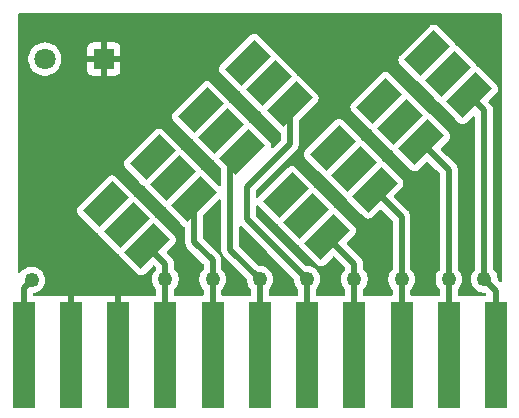
<source format=gtl>
G04 #@! TF.GenerationSoftware,KiCad,Pcbnew,9.0.1*
G04 #@! TF.CreationDate,2025-05-31T22:37:51+02:00*
G04 #@! TF.ProjectId,Sim-module,53696d2d-6d6f-4647-956c-652e6b696361,rev?*
G04 #@! TF.SameCoordinates,Original*
G04 #@! TF.FileFunction,Copper,L1,Top*
G04 #@! TF.FilePolarity,Positive*
%FSLAX46Y46*%
G04 Gerber Fmt 4.6, Leading zero omitted, Abs format (unit mm)*
G04 Created by KiCad (PCBNEW 9.0.1) date 2025-05-31 22:37:51*
%MOMM*%
%LPD*%
G01*
G04 APERTURE LIST*
G04 Aperture macros list*
%AMRotRect*
0 Rectangle, with rotation*
0 The origin of the aperture is its center*
0 $1 length*
0 $2 width*
0 $3 Rotation angle, in degrees counterclockwise*
0 Add horizontal line*
21,1,$1,$2,0,0,$3*%
G04 Aperture macros list end*
G04 #@! TA.AperFunction,ConnectorPad*
%ADD10R,1.900000X9.000000*%
G04 #@! TD*
G04 #@! TA.AperFunction,ComponentPad*
%ADD11RotRect,3.500000X2.000000X45.000000*%
G04 #@! TD*
G04 #@! TA.AperFunction,ComponentPad*
%ADD12R,1.800000X1.800000*%
G04 #@! TD*
G04 #@! TA.AperFunction,ComponentPad*
%ADD13C,1.800000*%
G04 #@! TD*
G04 #@! TA.AperFunction,ViaPad*
%ADD14C,1.250000*%
G04 #@! TD*
G04 #@! TA.AperFunction,Conductor*
%ADD15C,0.500000*%
G04 #@! TD*
G04 APERTURE END LIST*
D10*
X170000000Y-69450000D03*
X178000000Y-69450000D03*
X194000000Y-69450000D03*
X158000000Y-69450000D03*
D11*
X177000000Y-44700000D03*
X178767767Y-46467767D03*
X180535534Y-48235534D03*
X180179111Y-55929111D03*
X181946878Y-57696878D03*
X183714645Y-59464645D03*
D12*
X164800000Y-44400000D03*
D13*
X159800000Y-44400000D03*
D11*
X192179111Y-43929111D03*
X193946878Y-45696878D03*
X195714645Y-47464645D03*
X168914466Y-52714466D03*
X170682233Y-54482233D03*
X172450000Y-56250000D03*
D10*
X162000000Y-69450000D03*
D11*
X172982233Y-48732233D03*
X174750000Y-50500000D03*
X176517767Y-52267767D03*
X188125989Y-47929111D03*
X189893756Y-49696878D03*
X191661523Y-51464645D03*
D10*
X182000000Y-69450000D03*
D11*
X184179111Y-51929111D03*
X185946878Y-53696878D03*
X187714645Y-55464645D03*
D10*
X174000000Y-69450000D03*
X190000000Y-69450000D03*
D11*
X164950000Y-56700000D03*
X166717767Y-58467767D03*
X168485534Y-60235534D03*
D10*
X186000000Y-69450000D03*
X198000000Y-69450000D03*
X166000000Y-69450000D03*
D14*
X170000000Y-63050000D03*
X174000000Y-63050000D03*
X178000000Y-63050000D03*
X182000000Y-63050000D03*
X186000000Y-63050000D03*
X166000000Y-63050000D03*
X162000000Y-63050000D03*
X158675000Y-63100000D03*
X190000000Y-63050000D03*
X194000000Y-63050000D03*
X197000000Y-63050000D03*
D15*
X170000000Y-63050000D02*
X170000000Y-69450000D01*
X170000000Y-61750000D02*
X168485534Y-60235534D01*
X170000000Y-63050000D02*
X170000000Y-61750000D01*
X174000000Y-63050000D02*
X174000000Y-69450000D01*
X172450000Y-56250000D02*
X172450000Y-59900000D01*
X172450000Y-59900000D02*
X174000000Y-61450000D01*
X174000000Y-61450000D02*
X174000000Y-63050000D01*
X178000000Y-63050000D02*
X175500000Y-60550000D01*
X175500000Y-53285534D02*
X176517767Y-52267767D01*
X175500000Y-60550000D02*
X175500000Y-53285534D01*
X178000000Y-63050000D02*
X178000000Y-69450000D01*
X176900000Y-57950000D02*
X176900000Y-55250000D01*
X182000000Y-63050000D02*
X176900000Y-57950000D01*
X180535534Y-51614466D02*
X180535534Y-48235534D01*
X176900000Y-55250000D02*
X180535534Y-51614466D01*
X182000000Y-63050000D02*
X182000000Y-69450000D01*
X186000000Y-63050000D02*
X186000000Y-69450000D01*
X186000000Y-63050000D02*
X186000000Y-61750000D01*
X186000000Y-61750000D02*
X183714645Y-59464645D01*
X162000000Y-63050000D02*
X162000000Y-69450000D01*
X166000000Y-63050000D02*
X166000000Y-69450000D01*
X158000000Y-63775000D02*
X158000000Y-69450000D01*
X158675000Y-63100000D02*
X158000000Y-63775000D01*
X190000000Y-63050000D02*
X190000000Y-57750000D01*
X190000000Y-63050000D02*
X190000000Y-69450000D01*
X190000000Y-57750000D02*
X187714645Y-55464645D01*
X194000000Y-53800000D02*
X193400000Y-53200000D01*
X193396878Y-53200000D02*
X191661523Y-51464645D01*
X194000000Y-63050000D02*
X194000000Y-53800000D01*
X193400000Y-53200000D02*
X193396878Y-53200000D01*
X194000000Y-63050000D02*
X194000000Y-69450000D01*
X195714645Y-47464645D02*
X197000000Y-48750000D01*
X198000000Y-64050000D02*
X198000000Y-69450000D01*
X197000000Y-48750000D02*
X197000000Y-63050000D01*
X197000000Y-63050000D02*
X198000000Y-64050000D01*
G04 #@! TA.AperFunction,Conductor*
G36*
X198442539Y-40520185D02*
G01*
X198488294Y-40572989D01*
X198499500Y-40624500D01*
X198499500Y-63188770D01*
X198493261Y-63210015D01*
X198491682Y-63232104D01*
X198483609Y-63242887D01*
X198479815Y-63255809D01*
X198463081Y-63270308D01*
X198449810Y-63288037D01*
X198437189Y-63292744D01*
X198427011Y-63301564D01*
X198405093Y-63304715D01*
X198384346Y-63312454D01*
X198371185Y-63309591D01*
X198357853Y-63311508D01*
X198337709Y-63302308D01*
X198316073Y-63297602D01*
X198298347Y-63284333D01*
X198294297Y-63282483D01*
X198287819Y-63276451D01*
X198161819Y-63150451D01*
X198128334Y-63089128D01*
X198125500Y-63062770D01*
X198125500Y-62961421D01*
X198105705Y-62836443D01*
X198097786Y-62786445D01*
X198065060Y-62685723D01*
X198043043Y-62617960D01*
X198043042Y-62617957D01*
X197962613Y-62460109D01*
X197858483Y-62316786D01*
X197786819Y-62245122D01*
X197753334Y-62183799D01*
X197750500Y-62157441D01*
X197750500Y-48676079D01*
X197721659Y-48531092D01*
X197721658Y-48531091D01*
X197721658Y-48531087D01*
X197721656Y-48531082D01*
X197665087Y-48394511D01*
X197665080Y-48394498D01*
X197582952Y-48271585D01*
X197579712Y-48268345D01*
X197478416Y-48167049D01*
X197394023Y-48082656D01*
X197360538Y-48021333D01*
X197365522Y-47951641D01*
X197394023Y-47907294D01*
X197596113Y-47705204D01*
X198046946Y-47254371D01*
X198084566Y-47207688D01*
X198144354Y-47076772D01*
X198164835Y-46934315D01*
X198144354Y-46791858D01*
X198084566Y-46660942D01*
X198046947Y-46614259D01*
X198046942Y-46614254D01*
X198046938Y-46614249D01*
X196565038Y-45132351D01*
X196565031Y-45132344D01*
X196518348Y-45094724D01*
X196518346Y-45094723D01*
X196518344Y-45094721D01*
X196422056Y-45050748D01*
X196369252Y-45004993D01*
X196360774Y-44989465D01*
X196316801Y-44893178D01*
X196316799Y-44893175D01*
X196279180Y-44846492D01*
X196279175Y-44846487D01*
X196279171Y-44846482D01*
X194797271Y-43364584D01*
X194797264Y-43364577D01*
X194750581Y-43326957D01*
X194750579Y-43326956D01*
X194750577Y-43326954D01*
X194654289Y-43282981D01*
X194601485Y-43237226D01*
X194593007Y-43221698D01*
X194549034Y-43125411D01*
X194549032Y-43125408D01*
X194511413Y-43078725D01*
X194511408Y-43078720D01*
X194511404Y-43078715D01*
X193029504Y-41596817D01*
X193029497Y-41596810D01*
X192982814Y-41559190D01*
X192982812Y-41559189D01*
X192982810Y-41559187D01*
X192851900Y-41499402D01*
X192851896Y-41499401D01*
X192709441Y-41478921D01*
X192566985Y-41499401D01*
X192566981Y-41499402D01*
X192436070Y-41559188D01*
X192389375Y-41596817D01*
X189846817Y-44139377D01*
X189846811Y-44139384D01*
X189809189Y-44186069D01*
X189809187Y-44186071D01*
X189749402Y-44316981D01*
X189749401Y-44316985D01*
X189728921Y-44459441D01*
X189749401Y-44601896D01*
X189749402Y-44601900D01*
X189809188Y-44732811D01*
X189809189Y-44732812D01*
X189809190Y-44732814D01*
X189846809Y-44779497D01*
X189846812Y-44779500D01*
X189846817Y-44779506D01*
X190970546Y-45903233D01*
X191328725Y-46261412D01*
X191375408Y-46299032D01*
X191375412Y-46299033D01*
X191375414Y-46299035D01*
X191471698Y-46343007D01*
X191524502Y-46388762D01*
X191532981Y-46404289D01*
X191576955Y-46500578D01*
X191576956Y-46500579D01*
X191576957Y-46500581D01*
X191614576Y-46547264D01*
X191614579Y-46547267D01*
X191614584Y-46547273D01*
X192772517Y-47705204D01*
X193096492Y-48029179D01*
X193143175Y-48066799D01*
X193143179Y-48066800D01*
X193143181Y-48066802D01*
X193239465Y-48110774D01*
X193292269Y-48156529D01*
X193300748Y-48172056D01*
X193344722Y-48268345D01*
X193344723Y-48268346D01*
X193344724Y-48268348D01*
X193382343Y-48315031D01*
X193382346Y-48315034D01*
X193382351Y-48315040D01*
X194546234Y-49478921D01*
X194864259Y-49796946D01*
X194910942Y-49834566D01*
X194910943Y-49834566D01*
X194910945Y-49834568D01*
X195041855Y-49894353D01*
X195041856Y-49894353D01*
X195041858Y-49894354D01*
X195184315Y-49914835D01*
X195326772Y-49894354D01*
X195457688Y-49834566D01*
X195504371Y-49796947D01*
X196037819Y-49263497D01*
X196099142Y-49230013D01*
X196168833Y-49234997D01*
X196224767Y-49276868D01*
X196249184Y-49342333D01*
X196249500Y-49351179D01*
X196249500Y-62157441D01*
X196229815Y-62224480D01*
X196213181Y-62245122D01*
X196141519Y-62316783D01*
X196141519Y-62316784D01*
X196141517Y-62316786D01*
X196105192Y-62366783D01*
X196037386Y-62460109D01*
X195956957Y-62617957D01*
X195956956Y-62617960D01*
X195902214Y-62786443D01*
X195876381Y-62949548D01*
X195874500Y-62961421D01*
X195874500Y-63138579D01*
X195878547Y-63164132D01*
X195902214Y-63313556D01*
X195956956Y-63482039D01*
X195956957Y-63482042D01*
X195982434Y-63532042D01*
X196037386Y-63639890D01*
X196141517Y-63783214D01*
X196266786Y-63908483D01*
X196410110Y-64012614D01*
X196487529Y-64052061D01*
X196567957Y-64093042D01*
X196567960Y-64093043D01*
X196652201Y-64120414D01*
X196736445Y-64147786D01*
X196911421Y-64175500D01*
X197012771Y-64175500D01*
X197042211Y-64184144D01*
X197072198Y-64190668D01*
X197077213Y-64194422D01*
X197079810Y-64195185D01*
X197100452Y-64211819D01*
X197126452Y-64237819D01*
X197159937Y-64299142D01*
X197154953Y-64368834D01*
X197113081Y-64424767D01*
X197047617Y-64449184D01*
X197038774Y-64449500D01*
X197002131Y-64449500D01*
X197002123Y-64449501D01*
X196942516Y-64455908D01*
X196846604Y-64491682D01*
X196803271Y-64499500D01*
X195196729Y-64499500D01*
X195153396Y-64491682D01*
X195057482Y-64455908D01*
X195057483Y-64455908D01*
X194997883Y-64449501D01*
X194997881Y-64449500D01*
X194997873Y-64449500D01*
X194997865Y-64449500D01*
X194874500Y-64449500D01*
X194807461Y-64429815D01*
X194761706Y-64377011D01*
X194750500Y-64325500D01*
X194750500Y-63942559D01*
X194770185Y-63875520D01*
X194786819Y-63854878D01*
X194808483Y-63833214D01*
X194858483Y-63783214D01*
X194962614Y-63639890D01*
X195043042Y-63482042D01*
X195097786Y-63313555D01*
X195125500Y-63138579D01*
X195125500Y-62961421D01*
X195097786Y-62786445D01*
X195065060Y-62685723D01*
X195043043Y-62617960D01*
X195043042Y-62617957D01*
X194962613Y-62460109D01*
X194858483Y-62316786D01*
X194786819Y-62245122D01*
X194753334Y-62183799D01*
X194750500Y-62157441D01*
X194750500Y-53726079D01*
X194721659Y-53581092D01*
X194721658Y-53581091D01*
X194721658Y-53581087D01*
X194695597Y-53518169D01*
X194665087Y-53444511D01*
X194665080Y-53444498D01*
X194582952Y-53321585D01*
X194582951Y-53321584D01*
X194478416Y-53217049D01*
X194332834Y-53071467D01*
X193878422Y-52617053D01*
X193873714Y-52613190D01*
X193873769Y-52613122D01*
X193860368Y-52602123D01*
X193573276Y-52315031D01*
X193340898Y-52082653D01*
X193307415Y-52021332D01*
X193312399Y-51951640D01*
X193340897Y-51907296D01*
X193993824Y-51254371D01*
X194031444Y-51207688D01*
X194091232Y-51076772D01*
X194111713Y-50934315D01*
X194091232Y-50791858D01*
X194031444Y-50660942D01*
X193993825Y-50614259D01*
X193993820Y-50614254D01*
X193993816Y-50614249D01*
X192511916Y-49132351D01*
X192511909Y-49132344D01*
X192465226Y-49094724D01*
X192465224Y-49094723D01*
X192465222Y-49094721D01*
X192368934Y-49050748D01*
X192316130Y-49004993D01*
X192307652Y-48989465D01*
X192263679Y-48893178D01*
X192254400Y-48881663D01*
X192226058Y-48846492D01*
X192226053Y-48846487D01*
X192226049Y-48846482D01*
X190744149Y-47364584D01*
X190744142Y-47364577D01*
X190697459Y-47326957D01*
X190697457Y-47326956D01*
X190697455Y-47326954D01*
X190601167Y-47282981D01*
X190548363Y-47237226D01*
X190539885Y-47221698D01*
X190495912Y-47125411D01*
X190486633Y-47113896D01*
X190458291Y-47078725D01*
X190458286Y-47078720D01*
X190458282Y-47078715D01*
X188976382Y-45596817D01*
X188976375Y-45596810D01*
X188929692Y-45559190D01*
X188929690Y-45559189D01*
X188929688Y-45559187D01*
X188798778Y-45499402D01*
X188798774Y-45499401D01*
X188656319Y-45478921D01*
X188513863Y-45499401D01*
X188513859Y-45499402D01*
X188382948Y-45559188D01*
X188336253Y-45596817D01*
X185793695Y-48139377D01*
X185793689Y-48139384D01*
X185756067Y-48186069D01*
X185756065Y-48186071D01*
X185696280Y-48316981D01*
X185696279Y-48316985D01*
X185675799Y-48459441D01*
X185696279Y-48601896D01*
X185696280Y-48601900D01*
X185756066Y-48732811D01*
X185756067Y-48732812D01*
X185756068Y-48732814D01*
X185793687Y-48779497D01*
X185793690Y-48779500D01*
X185793695Y-48779506D01*
X186908544Y-49894353D01*
X187275603Y-50261412D01*
X187322286Y-50299032D01*
X187322290Y-50299033D01*
X187322292Y-50299035D01*
X187418576Y-50343007D01*
X187471380Y-50388762D01*
X187479859Y-50404289D01*
X187523833Y-50500578D01*
X187523834Y-50500579D01*
X187523835Y-50500581D01*
X187561454Y-50547264D01*
X187561457Y-50547267D01*
X187561462Y-50547273D01*
X188702575Y-51688384D01*
X189043370Y-52029179D01*
X189090053Y-52066799D01*
X189090057Y-52066800D01*
X189090059Y-52066802D01*
X189186343Y-52110774D01*
X189239147Y-52156529D01*
X189247626Y-52172056D01*
X189291600Y-52268345D01*
X189291601Y-52268346D01*
X189291602Y-52268348D01*
X189329221Y-52315031D01*
X189329224Y-52315034D01*
X189329229Y-52315040D01*
X190458689Y-53444498D01*
X190811137Y-53796946D01*
X190857820Y-53834566D01*
X190857821Y-53834566D01*
X190857823Y-53834568D01*
X190988733Y-53894353D01*
X190988734Y-53894353D01*
X190988736Y-53894354D01*
X191131193Y-53914835D01*
X191273650Y-53894354D01*
X191404566Y-53834566D01*
X191451249Y-53796947D01*
X192104172Y-53144022D01*
X192165495Y-53110538D01*
X192235186Y-53115522D01*
X192279534Y-53144023D01*
X192918463Y-53782952D01*
X192923178Y-53786822D01*
X192923121Y-53786890D01*
X192936506Y-53797874D01*
X193213181Y-54074548D01*
X193246666Y-54135871D01*
X193249500Y-54162229D01*
X193249500Y-62157441D01*
X193229815Y-62224480D01*
X193213181Y-62245122D01*
X193141519Y-62316783D01*
X193141519Y-62316784D01*
X193141517Y-62316786D01*
X193105192Y-62366783D01*
X193037386Y-62460109D01*
X192956957Y-62617957D01*
X192956956Y-62617960D01*
X192902214Y-62786443D01*
X192876381Y-62949548D01*
X192874500Y-62961421D01*
X192874500Y-63138579D01*
X192878547Y-63164132D01*
X192902214Y-63313556D01*
X192956956Y-63482039D01*
X192956957Y-63482042D01*
X192982434Y-63532042D01*
X193037386Y-63639890D01*
X193141517Y-63783214D01*
X193141519Y-63783216D01*
X193213181Y-63854878D01*
X193246666Y-63916201D01*
X193249500Y-63942559D01*
X193249500Y-64325500D01*
X193229815Y-64392539D01*
X193177011Y-64438294D01*
X193125501Y-64449500D01*
X193002130Y-64449500D01*
X193002123Y-64449501D01*
X192942516Y-64455908D01*
X192846604Y-64491682D01*
X192803271Y-64499500D01*
X191196729Y-64499500D01*
X191153396Y-64491682D01*
X191057482Y-64455908D01*
X191057483Y-64455908D01*
X190997883Y-64449501D01*
X190997881Y-64449500D01*
X190997873Y-64449500D01*
X190997865Y-64449500D01*
X190874500Y-64449500D01*
X190807461Y-64429815D01*
X190761706Y-64377011D01*
X190750500Y-64325500D01*
X190750500Y-63942559D01*
X190770185Y-63875520D01*
X190786819Y-63854878D01*
X190808483Y-63833214D01*
X190858483Y-63783214D01*
X190962614Y-63639890D01*
X191043042Y-63482042D01*
X191097786Y-63313555D01*
X191125500Y-63138579D01*
X191125500Y-62961421D01*
X191097786Y-62786445D01*
X191065060Y-62685723D01*
X191043043Y-62617960D01*
X191043042Y-62617957D01*
X190962613Y-62460109D01*
X190858483Y-62316786D01*
X190786819Y-62245122D01*
X190753334Y-62183799D01*
X190750500Y-62157441D01*
X190750500Y-57676079D01*
X190721659Y-57531092D01*
X190721658Y-57531091D01*
X190721658Y-57531087D01*
X190665084Y-57394505D01*
X190607955Y-57309005D01*
X190582952Y-57271584D01*
X189394023Y-56082655D01*
X189360538Y-56021332D01*
X189365522Y-55951640D01*
X189394023Y-55907293D01*
X189451712Y-55849604D01*
X190046946Y-55254371D01*
X190084566Y-55207688D01*
X190097100Y-55180244D01*
X190144353Y-55076774D01*
X190144352Y-55076774D01*
X190144354Y-55076772D01*
X190164835Y-54934315D01*
X190144354Y-54791858D01*
X190084566Y-54660942D01*
X190046947Y-54614259D01*
X190046942Y-54614254D01*
X190046938Y-54614249D01*
X188565038Y-53132351D01*
X188565031Y-53132344D01*
X188518348Y-53094724D01*
X188518346Y-53094723D01*
X188518344Y-53094721D01*
X188422056Y-53050748D01*
X188369252Y-53004993D01*
X188360774Y-52989465D01*
X188316801Y-52893178D01*
X188298062Y-52869924D01*
X188279180Y-52846492D01*
X188279175Y-52846487D01*
X188279171Y-52846482D01*
X186797271Y-51364584D01*
X186797264Y-51364577D01*
X186750581Y-51326957D01*
X186750579Y-51326956D01*
X186750577Y-51326954D01*
X186654289Y-51282981D01*
X186601485Y-51237226D01*
X186593007Y-51221698D01*
X186549034Y-51125411D01*
X186530295Y-51102157D01*
X186511413Y-51078725D01*
X186511408Y-51078720D01*
X186511404Y-51078715D01*
X185029504Y-49596817D01*
X185029497Y-49596810D01*
X184982814Y-49559190D01*
X184982812Y-49559189D01*
X184982810Y-49559187D01*
X184851900Y-49499402D01*
X184851896Y-49499401D01*
X184709441Y-49478921D01*
X184566985Y-49499401D01*
X184566981Y-49499402D01*
X184436070Y-49559188D01*
X184389375Y-49596817D01*
X181846817Y-52139377D01*
X181846811Y-52139384D01*
X181809189Y-52186069D01*
X181809187Y-52186071D01*
X181749402Y-52316981D01*
X181749401Y-52316985D01*
X181728921Y-52459441D01*
X181749401Y-52601896D01*
X181749402Y-52601900D01*
X181809188Y-52732811D01*
X181809189Y-52732812D01*
X181809190Y-52732814D01*
X181846809Y-52779497D01*
X181846812Y-52779500D01*
X181846817Y-52779506D01*
X182961666Y-53894353D01*
X183328725Y-54261412D01*
X183375408Y-54299032D01*
X183375412Y-54299033D01*
X183375414Y-54299035D01*
X183471698Y-54343007D01*
X183524502Y-54388762D01*
X183532981Y-54404289D01*
X183576955Y-54500578D01*
X183576956Y-54500579D01*
X183576957Y-54500581D01*
X183614576Y-54547264D01*
X183614579Y-54547267D01*
X183614584Y-54547273D01*
X184916917Y-55849604D01*
X185096492Y-56029179D01*
X185143175Y-56066799D01*
X185143179Y-56066800D01*
X185143181Y-56066802D01*
X185239465Y-56110774D01*
X185292269Y-56156529D01*
X185300748Y-56172056D01*
X185344722Y-56268345D01*
X185344723Y-56268346D01*
X185344724Y-56268348D01*
X185382343Y-56315031D01*
X185382346Y-56315034D01*
X185382351Y-56315040D01*
X186571013Y-57503700D01*
X186864259Y-57796946D01*
X186910942Y-57834566D01*
X186910943Y-57834566D01*
X186910945Y-57834568D01*
X187041855Y-57894353D01*
X187041856Y-57894353D01*
X187041858Y-57894354D01*
X187184315Y-57914835D01*
X187326772Y-57894354D01*
X187457688Y-57834566D01*
X187504371Y-57796947D01*
X188157293Y-57144022D01*
X188218616Y-57110538D01*
X188288307Y-57115522D01*
X188332655Y-57144023D01*
X189213181Y-58024549D01*
X189246666Y-58085872D01*
X189249500Y-58112230D01*
X189249500Y-62157441D01*
X189229815Y-62224480D01*
X189213181Y-62245122D01*
X189141519Y-62316783D01*
X189141519Y-62316784D01*
X189141517Y-62316786D01*
X189105192Y-62366783D01*
X189037386Y-62460109D01*
X188956957Y-62617957D01*
X188956956Y-62617960D01*
X188902214Y-62786443D01*
X188876381Y-62949548D01*
X188874500Y-62961421D01*
X188874500Y-63138579D01*
X188878547Y-63164132D01*
X188902214Y-63313556D01*
X188956956Y-63482039D01*
X188956957Y-63482042D01*
X188982434Y-63532042D01*
X189037386Y-63639890D01*
X189141517Y-63783214D01*
X189141519Y-63783216D01*
X189213181Y-63854878D01*
X189246666Y-63916201D01*
X189249500Y-63942559D01*
X189249500Y-64325500D01*
X189229815Y-64392539D01*
X189177011Y-64438294D01*
X189125501Y-64449500D01*
X189002130Y-64449500D01*
X189002123Y-64449501D01*
X188942516Y-64455908D01*
X188846604Y-64491682D01*
X188803271Y-64499500D01*
X187196729Y-64499500D01*
X187153396Y-64491682D01*
X187057482Y-64455908D01*
X187057483Y-64455908D01*
X186997883Y-64449501D01*
X186997881Y-64449500D01*
X186997873Y-64449500D01*
X186997865Y-64449500D01*
X186874500Y-64449500D01*
X186807461Y-64429815D01*
X186761706Y-64377011D01*
X186750500Y-64325500D01*
X186750500Y-63942559D01*
X186770185Y-63875520D01*
X186786819Y-63854878D01*
X186808483Y-63833214D01*
X186858483Y-63783214D01*
X186962614Y-63639890D01*
X187043042Y-63482042D01*
X187097786Y-63313555D01*
X187125500Y-63138579D01*
X187125500Y-62961421D01*
X187097786Y-62786445D01*
X187065060Y-62685723D01*
X187043043Y-62617960D01*
X187043042Y-62617957D01*
X186962613Y-62460109D01*
X186858483Y-62316786D01*
X186786819Y-62245122D01*
X186753334Y-62183799D01*
X186750500Y-62157441D01*
X186750500Y-61676079D01*
X186721659Y-61531092D01*
X186721658Y-61531091D01*
X186721658Y-61531087D01*
X186721656Y-61531082D01*
X186665086Y-61394509D01*
X186665085Y-61394507D01*
X186632186Y-61345270D01*
X186632185Y-61345268D01*
X186582956Y-61271589D01*
X186582952Y-61271584D01*
X185394023Y-60082655D01*
X185360538Y-60021332D01*
X185365522Y-59951640D01*
X185394023Y-59907293D01*
X185675865Y-59625451D01*
X186046946Y-59254371D01*
X186084566Y-59207688D01*
X186144354Y-59076772D01*
X186164835Y-58934315D01*
X186144354Y-58791858D01*
X186084566Y-58660942D01*
X186046947Y-58614259D01*
X186046942Y-58614254D01*
X186046938Y-58614249D01*
X184565038Y-57132351D01*
X184565031Y-57132344D01*
X184518348Y-57094724D01*
X184518346Y-57094723D01*
X184518344Y-57094721D01*
X184422056Y-57050748D01*
X184369252Y-57004993D01*
X184360774Y-56989465D01*
X184316801Y-56893178D01*
X184316799Y-56893175D01*
X184279180Y-56846492D01*
X184279175Y-56846487D01*
X184279171Y-56846482D01*
X182797271Y-55364584D01*
X182797264Y-55364577D01*
X182750581Y-55326957D01*
X182750579Y-55326956D01*
X182750577Y-55326954D01*
X182654289Y-55282981D01*
X182601485Y-55237226D01*
X182593007Y-55221698D01*
X182549034Y-55125411D01*
X182549032Y-55125408D01*
X182511413Y-55078725D01*
X182511408Y-55078720D01*
X182511404Y-55078715D01*
X181029504Y-53596817D01*
X181029497Y-53596810D01*
X180982814Y-53559190D01*
X180982812Y-53559189D01*
X180982810Y-53559187D01*
X180851900Y-53499402D01*
X180851896Y-53499401D01*
X180709441Y-53478921D01*
X180566985Y-53499401D01*
X180566981Y-53499402D01*
X180436070Y-53559188D01*
X180389375Y-53596817D01*
X177862181Y-56124013D01*
X177800858Y-56157498D01*
X177731166Y-56152514D01*
X177675233Y-56110642D01*
X177650816Y-56045178D01*
X177650500Y-56036332D01*
X177650500Y-55612229D01*
X177670185Y-55545190D01*
X177686819Y-55524548D01*
X181118482Y-52092885D01*
X181118485Y-52092882D01*
X181200618Y-51969961D01*
X181257192Y-51833379D01*
X181265950Y-51789351D01*
X181286034Y-51688384D01*
X181286034Y-49658423D01*
X181305719Y-49591384D01*
X181322353Y-49570742D01*
X182093035Y-48800060D01*
X182867835Y-48025260D01*
X182905455Y-47978577D01*
X182917757Y-47951641D01*
X182965242Y-47847663D01*
X182965241Y-47847663D01*
X182965243Y-47847661D01*
X182985724Y-47705204D01*
X182965243Y-47562747D01*
X182905455Y-47431831D01*
X182867836Y-47385148D01*
X182867831Y-47385143D01*
X182867827Y-47385138D01*
X181385927Y-45903240D01*
X181385920Y-45903233D01*
X181339237Y-45865613D01*
X181339235Y-45865612D01*
X181339233Y-45865610D01*
X181242945Y-45821637D01*
X181190141Y-45775882D01*
X181181663Y-45760354D01*
X181137690Y-45664067D01*
X181137688Y-45664064D01*
X181100069Y-45617381D01*
X181100064Y-45617376D01*
X181100060Y-45617371D01*
X179618160Y-44135473D01*
X179618153Y-44135466D01*
X179571470Y-44097846D01*
X179571468Y-44097845D01*
X179571466Y-44097843D01*
X179475178Y-44053870D01*
X179422374Y-44008115D01*
X179413896Y-43992587D01*
X179369923Y-43896300D01*
X179369921Y-43896297D01*
X179332302Y-43849614D01*
X179332297Y-43849609D01*
X179332293Y-43849604D01*
X177850393Y-42367706D01*
X177850386Y-42367699D01*
X177803703Y-42330079D01*
X177803701Y-42330078D01*
X177803699Y-42330076D01*
X177672789Y-42270291D01*
X177672785Y-42270290D01*
X177530330Y-42249810D01*
X177387874Y-42270290D01*
X177387870Y-42270291D01*
X177256959Y-42330077D01*
X177210264Y-42367706D01*
X174667706Y-44910266D01*
X174667700Y-44910273D01*
X174630078Y-44956958D01*
X174630076Y-44956960D01*
X174570291Y-45087870D01*
X174570290Y-45087874D01*
X174549810Y-45230330D01*
X174570290Y-45372785D01*
X174570291Y-45372789D01*
X174630077Y-45503700D01*
X174630078Y-45503701D01*
X174630079Y-45503703D01*
X174667698Y-45550386D01*
X174667701Y-45550389D01*
X174667706Y-45550395D01*
X175909168Y-46791855D01*
X176149614Y-47032301D01*
X176196297Y-47069921D01*
X176196301Y-47069922D01*
X176196303Y-47069924D01*
X176292587Y-47113896D01*
X176345391Y-47159651D01*
X176353870Y-47175178D01*
X176397844Y-47271467D01*
X176397845Y-47271468D01*
X176397846Y-47271470D01*
X176435465Y-47318153D01*
X176435468Y-47318156D01*
X176435473Y-47318162D01*
X177576754Y-48459441D01*
X177917381Y-48800068D01*
X177964064Y-48837688D01*
X177964068Y-48837689D01*
X177964070Y-48837691D01*
X178060354Y-48881663D01*
X178113158Y-48927418D01*
X178121637Y-48942945D01*
X178165611Y-49039234D01*
X178165612Y-49039235D01*
X178165613Y-49039237D01*
X178203232Y-49085920D01*
X178203235Y-49085923D01*
X178203240Y-49085929D01*
X179378717Y-50261404D01*
X179685148Y-50567835D01*
X179731831Y-50605455D01*
X179731832Y-50605455D01*
X179737871Y-50610322D01*
X179735895Y-50612773D01*
X179772883Y-50653940D01*
X179785034Y-50707472D01*
X179785034Y-51252236D01*
X179765349Y-51319275D01*
X179748715Y-51339917D01*
X179167043Y-51921588D01*
X179105720Y-51955073D01*
X179036028Y-51950089D01*
X178980095Y-51908217D01*
X178955678Y-51842753D01*
X178956623Y-51816265D01*
X178967957Y-51737437D01*
X178947476Y-51594980D01*
X178887688Y-51464064D01*
X178850069Y-51417381D01*
X178850064Y-51417376D01*
X178850060Y-51417371D01*
X177368160Y-49935473D01*
X177368153Y-49935466D01*
X177321470Y-49897846D01*
X177321468Y-49897845D01*
X177321466Y-49897843D01*
X177225178Y-49853870D01*
X177172374Y-49808115D01*
X177163896Y-49792587D01*
X177119923Y-49696300D01*
X177119921Y-49696297D01*
X177082302Y-49649614D01*
X177082297Y-49649609D01*
X177082293Y-49649604D01*
X175600393Y-48167706D01*
X175600386Y-48167699D01*
X175553703Y-48130079D01*
X175553701Y-48130078D01*
X175553699Y-48130076D01*
X175457411Y-48086103D01*
X175404607Y-48040348D01*
X175396129Y-48024820D01*
X175352156Y-47928533D01*
X175335041Y-47907294D01*
X175314535Y-47881847D01*
X175314530Y-47881842D01*
X175314526Y-47881837D01*
X173832626Y-46399939D01*
X173832619Y-46399932D01*
X173785936Y-46362312D01*
X173785934Y-46362311D01*
X173785932Y-46362309D01*
X173655022Y-46302524D01*
X173655018Y-46302523D01*
X173512563Y-46282043D01*
X173370107Y-46302523D01*
X173370103Y-46302524D01*
X173239192Y-46362310D01*
X173192497Y-46399939D01*
X170649939Y-48942499D01*
X170649933Y-48942506D01*
X170612311Y-48989191D01*
X170612309Y-48989193D01*
X170552524Y-49120103D01*
X170552523Y-49120107D01*
X170532043Y-49262563D01*
X170552523Y-49405018D01*
X170552524Y-49405022D01*
X170612310Y-49535933D01*
X170612311Y-49535934D01*
X170612312Y-49535936D01*
X170649931Y-49582619D01*
X170649934Y-49582622D01*
X170649939Y-49582628D01*
X171774785Y-50707472D01*
X172131847Y-51064534D01*
X172178530Y-51102154D01*
X172178534Y-51102155D01*
X172178536Y-51102157D01*
X172274820Y-51146129D01*
X172327624Y-51191884D01*
X172336103Y-51207411D01*
X172380077Y-51303700D01*
X172380078Y-51303701D01*
X172380079Y-51303703D01*
X172417698Y-51350386D01*
X172417701Y-51350389D01*
X172417706Y-51350395D01*
X173669209Y-52601896D01*
X173899614Y-52832301D01*
X173946297Y-52869921D01*
X173946301Y-52869922D01*
X173946303Y-52869924D01*
X174042587Y-52913896D01*
X174095391Y-52959651D01*
X174103870Y-52975178D01*
X174147844Y-53071467D01*
X174147845Y-53071468D01*
X174147846Y-53071470D01*
X174185465Y-53118153D01*
X174185468Y-53118156D01*
X174185473Y-53118162D01*
X174713181Y-53645868D01*
X174746666Y-53707191D01*
X174749500Y-53733549D01*
X174749500Y-55067450D01*
X174729815Y-55134489D01*
X174677011Y-55180244D01*
X174607853Y-55190188D01*
X174544297Y-55161163D01*
X174537819Y-55155131D01*
X173300393Y-53917706D01*
X173300386Y-53917699D01*
X173253703Y-53880079D01*
X173253701Y-53880078D01*
X173253699Y-53880076D01*
X173157411Y-53836103D01*
X173104607Y-53790348D01*
X173096129Y-53774820D01*
X173052156Y-53678533D01*
X173052154Y-53678530D01*
X173014535Y-53631847D01*
X173014530Y-53631842D01*
X173014526Y-53631837D01*
X171532626Y-52149939D01*
X171532619Y-52149932D01*
X171485936Y-52112312D01*
X171485934Y-52112311D01*
X171485932Y-52112309D01*
X171389644Y-52068336D01*
X171336840Y-52022581D01*
X171328362Y-52007053D01*
X171284389Y-51910766D01*
X171282335Y-51908217D01*
X171246768Y-51864080D01*
X171246763Y-51864075D01*
X171246759Y-51864070D01*
X169764859Y-50382172D01*
X169764852Y-50382165D01*
X169718169Y-50344545D01*
X169718167Y-50344544D01*
X169718165Y-50344542D01*
X169587255Y-50284757D01*
X169587251Y-50284756D01*
X169444796Y-50264276D01*
X169302340Y-50284756D01*
X169302336Y-50284757D01*
X169171425Y-50344543D01*
X169124730Y-50382172D01*
X166582172Y-52924732D01*
X166582166Y-52924739D01*
X166544544Y-52971424D01*
X166544542Y-52971426D01*
X166484757Y-53102336D01*
X166484756Y-53102340D01*
X166464276Y-53244796D01*
X166484756Y-53387251D01*
X166484757Y-53387255D01*
X166544543Y-53518166D01*
X166544544Y-53518167D01*
X166544545Y-53518169D01*
X166582164Y-53564852D01*
X166582167Y-53564855D01*
X166582172Y-53564861D01*
X167788897Y-54771584D01*
X168064080Y-55046767D01*
X168110763Y-55084387D01*
X168110767Y-55084388D01*
X168110769Y-55084390D01*
X168207053Y-55128362D01*
X168259857Y-55174117D01*
X168268336Y-55189644D01*
X168312310Y-55285933D01*
X168312311Y-55285934D01*
X168312312Y-55285936D01*
X168349931Y-55332619D01*
X168349934Y-55332622D01*
X168349939Y-55332628D01*
X169476754Y-56459441D01*
X169831847Y-56814534D01*
X169878530Y-56852154D01*
X169878534Y-56852155D01*
X169878536Y-56852157D01*
X169974820Y-56896129D01*
X170027624Y-56941884D01*
X170036103Y-56957411D01*
X170080077Y-57053700D01*
X170080078Y-57053701D01*
X170080079Y-57053703D01*
X170117698Y-57100386D01*
X170117701Y-57100389D01*
X170117706Y-57100395D01*
X171269958Y-58252645D01*
X171599614Y-58582301D01*
X171646297Y-58619921D01*
X171646298Y-58619921D01*
X171652337Y-58624788D01*
X171650361Y-58627239D01*
X171687349Y-58668406D01*
X171699500Y-58721938D01*
X171699500Y-59973918D01*
X171699500Y-59973920D01*
X171699499Y-59973920D01*
X171728340Y-60118907D01*
X171728343Y-60118917D01*
X171784914Y-60255492D01*
X171817812Y-60304727D01*
X171817813Y-60304730D01*
X171867046Y-60378414D01*
X171867052Y-60378421D01*
X173213181Y-61724549D01*
X173246666Y-61785872D01*
X173249500Y-61812230D01*
X173249500Y-62157441D01*
X173229815Y-62224480D01*
X173213181Y-62245122D01*
X173141519Y-62316783D01*
X173141519Y-62316784D01*
X173141517Y-62316786D01*
X173105192Y-62366783D01*
X173037386Y-62460109D01*
X172956957Y-62617957D01*
X172956956Y-62617960D01*
X172902214Y-62786443D01*
X172876381Y-62949548D01*
X172874500Y-62961421D01*
X172874500Y-63138579D01*
X172878547Y-63164132D01*
X172902214Y-63313556D01*
X172956956Y-63482039D01*
X172956957Y-63482042D01*
X172982434Y-63532042D01*
X173037386Y-63639890D01*
X173141517Y-63783214D01*
X173141519Y-63783216D01*
X173213181Y-63854878D01*
X173246666Y-63916201D01*
X173249500Y-63942559D01*
X173249500Y-64325500D01*
X173229815Y-64392539D01*
X173177011Y-64438294D01*
X173125501Y-64449500D01*
X173002130Y-64449500D01*
X173002123Y-64449501D01*
X172942516Y-64455908D01*
X172846604Y-64491682D01*
X172803271Y-64499500D01*
X171196729Y-64499500D01*
X171153396Y-64491682D01*
X171057482Y-64455908D01*
X171057483Y-64455908D01*
X170997883Y-64449501D01*
X170997881Y-64449500D01*
X170997873Y-64449500D01*
X170997865Y-64449500D01*
X170874500Y-64449500D01*
X170807461Y-64429815D01*
X170761706Y-64377011D01*
X170750500Y-64325500D01*
X170750500Y-63942559D01*
X170770185Y-63875520D01*
X170786819Y-63854878D01*
X170808483Y-63833214D01*
X170858483Y-63783214D01*
X170962614Y-63639890D01*
X171043042Y-63482042D01*
X171097786Y-63313555D01*
X171125500Y-63138579D01*
X171125500Y-62961421D01*
X171097786Y-62786445D01*
X171065060Y-62685723D01*
X171043043Y-62617960D01*
X171043042Y-62617957D01*
X170962613Y-62460109D01*
X170858483Y-62316786D01*
X170786819Y-62245122D01*
X170753334Y-62183799D01*
X170750500Y-62157441D01*
X170750500Y-61676079D01*
X170721659Y-61531092D01*
X170721658Y-61531091D01*
X170721658Y-61531087D01*
X170721656Y-61531082D01*
X170665087Y-61394511D01*
X170665080Y-61394498D01*
X170582952Y-61271585D01*
X170542453Y-61231086D01*
X170478416Y-61167049D01*
X170164910Y-60853542D01*
X170131426Y-60792221D01*
X170136410Y-60722529D01*
X170164908Y-60678185D01*
X170817835Y-60025260D01*
X170855455Y-59978577D01*
X170915243Y-59847661D01*
X170935724Y-59705204D01*
X170915243Y-59562747D01*
X170903836Y-59537770D01*
X170855456Y-59431833D01*
X170855455Y-59431832D01*
X170855455Y-59431831D01*
X170817836Y-59385148D01*
X170817831Y-59385143D01*
X170817827Y-59385138D01*
X169335927Y-57903240D01*
X169335920Y-57903233D01*
X169289237Y-57865613D01*
X169289235Y-57865612D01*
X169289233Y-57865610D01*
X169192945Y-57821637D01*
X169140141Y-57775882D01*
X169131663Y-57760354D01*
X169087690Y-57664067D01*
X169087688Y-57664064D01*
X169050069Y-57617381D01*
X169050064Y-57617376D01*
X169050060Y-57617371D01*
X167568160Y-56135473D01*
X167568153Y-56135466D01*
X167521470Y-56097846D01*
X167521468Y-56097845D01*
X167521466Y-56097843D01*
X167425178Y-56053870D01*
X167372374Y-56008115D01*
X167363896Y-55992587D01*
X167319923Y-55896300D01*
X167319921Y-55896297D01*
X167282302Y-55849614D01*
X167282297Y-55849609D01*
X167282293Y-55849604D01*
X165800393Y-54367706D01*
X165800386Y-54367699D01*
X165753703Y-54330079D01*
X165753701Y-54330078D01*
X165753699Y-54330076D01*
X165622789Y-54270291D01*
X165622785Y-54270290D01*
X165480330Y-54249810D01*
X165337874Y-54270290D01*
X165337870Y-54270291D01*
X165206959Y-54330077D01*
X165160264Y-54367706D01*
X162617706Y-56910266D01*
X162617700Y-56910272D01*
X162617699Y-56910274D01*
X162607615Y-56922787D01*
X162580078Y-56956958D01*
X162580076Y-56956960D01*
X162520291Y-57087870D01*
X162520290Y-57087874D01*
X162499810Y-57230330D01*
X162520290Y-57372785D01*
X162520291Y-57372789D01*
X162580077Y-57503700D01*
X162580078Y-57503701D01*
X162580079Y-57503703D01*
X162617698Y-57550386D01*
X162617701Y-57550389D01*
X162617706Y-57550395D01*
X163735719Y-58668406D01*
X164099614Y-59032301D01*
X164146297Y-59069921D01*
X164146301Y-59069922D01*
X164146303Y-59069924D01*
X164242587Y-59113896D01*
X164295391Y-59159651D01*
X164303870Y-59175178D01*
X164347844Y-59271467D01*
X164347845Y-59271468D01*
X164347846Y-59271470D01*
X164385465Y-59318153D01*
X164385468Y-59318156D01*
X164385473Y-59318162D01*
X165691231Y-60623918D01*
X165867381Y-60800068D01*
X165914064Y-60837688D01*
X165914068Y-60837689D01*
X165914070Y-60837691D01*
X166010354Y-60881663D01*
X166063158Y-60927418D01*
X166071637Y-60942945D01*
X166115611Y-61039234D01*
X166115612Y-61039235D01*
X166115613Y-61039237D01*
X166153232Y-61085920D01*
X166153235Y-61085923D01*
X166153240Y-61085929D01*
X167276116Y-62208803D01*
X167635148Y-62567835D01*
X167681831Y-62605455D01*
X167681832Y-62605455D01*
X167681834Y-62605457D01*
X167812744Y-62665242D01*
X167812745Y-62665242D01*
X167812747Y-62665243D01*
X167955204Y-62685724D01*
X168097661Y-62665243D01*
X168228577Y-62605455D01*
X168275260Y-62567836D01*
X168928183Y-61914911D01*
X168936128Y-61910573D01*
X168941554Y-61903326D01*
X168966313Y-61894091D01*
X168989506Y-61881427D01*
X168998535Y-61882072D01*
X169007018Y-61878909D01*
X169032838Y-61884525D01*
X169059197Y-61886411D01*
X169068250Y-61892229D01*
X169075291Y-61893761D01*
X169103545Y-61914912D01*
X169213181Y-62024548D01*
X169246666Y-62085871D01*
X169249500Y-62112229D01*
X169249500Y-62157441D01*
X169229815Y-62224480D01*
X169213181Y-62245122D01*
X169141519Y-62316783D01*
X169141519Y-62316784D01*
X169141517Y-62316786D01*
X169105192Y-62366783D01*
X169037386Y-62460109D01*
X168956957Y-62617957D01*
X168956956Y-62617960D01*
X168902214Y-62786443D01*
X168876381Y-62949548D01*
X168874500Y-62961421D01*
X168874500Y-63138579D01*
X168878547Y-63164132D01*
X168902214Y-63313556D01*
X168956956Y-63482039D01*
X168956957Y-63482042D01*
X168982434Y-63532042D01*
X169037386Y-63639890D01*
X169141517Y-63783214D01*
X169141519Y-63783216D01*
X169213181Y-63854878D01*
X169246666Y-63916201D01*
X169249500Y-63942559D01*
X169249500Y-64325500D01*
X169229815Y-64392539D01*
X169177011Y-64438294D01*
X169125501Y-64449500D01*
X169002130Y-64449500D01*
X169002123Y-64449501D01*
X168942516Y-64455908D01*
X168846604Y-64491682D01*
X168803271Y-64499500D01*
X167195299Y-64499500D01*
X167151966Y-64491682D01*
X167057379Y-64456403D01*
X167057372Y-64456401D01*
X166997844Y-64450000D01*
X165002155Y-64450000D01*
X164942627Y-64456401D01*
X164942620Y-64456403D01*
X164848034Y-64491682D01*
X164804701Y-64499500D01*
X163195299Y-64499500D01*
X163151966Y-64491682D01*
X163057379Y-64456403D01*
X163057372Y-64456401D01*
X162997844Y-64450000D01*
X161002155Y-64450000D01*
X160942627Y-64456401D01*
X160942620Y-64456403D01*
X160848034Y-64491682D01*
X160804701Y-64499500D01*
X159196729Y-64499500D01*
X159153396Y-64491682D01*
X159057482Y-64455908D01*
X159057483Y-64455908D01*
X158997883Y-64449501D01*
X158997881Y-64449500D01*
X158997873Y-64449500D01*
X158997865Y-64449500D01*
X158924864Y-64449500D01*
X158857825Y-64429815D01*
X158812070Y-64377011D01*
X158802126Y-64307853D01*
X158831151Y-64244297D01*
X158889929Y-64206523D01*
X158905466Y-64203027D01*
X158909538Y-64202381D01*
X158938555Y-64197786D01*
X159107042Y-64143042D01*
X159264890Y-64062614D01*
X159408214Y-63958483D01*
X159533483Y-63833214D01*
X159637614Y-63689890D01*
X159718042Y-63532042D01*
X159772786Y-63363555D01*
X159800500Y-63188579D01*
X159800500Y-63011421D01*
X159772786Y-62836445D01*
X159745414Y-62752201D01*
X159718043Y-62667960D01*
X159718042Y-62667957D01*
X159667027Y-62567836D01*
X159637614Y-62510110D01*
X159533483Y-62366786D01*
X159408214Y-62241517D01*
X159264890Y-62137386D01*
X159215517Y-62112229D01*
X159107042Y-62056957D01*
X159107039Y-62056956D01*
X158938556Y-62002214D01*
X158851067Y-61988357D01*
X158763579Y-61974500D01*
X158586421Y-61974500D01*
X158528095Y-61983738D01*
X158411443Y-62002214D01*
X158242960Y-62056956D01*
X158242957Y-62056957D01*
X158085109Y-62137386D01*
X158021228Y-62183799D01*
X157941786Y-62241517D01*
X157941784Y-62241519D01*
X157941783Y-62241519D01*
X157816518Y-62366784D01*
X157724818Y-62492998D01*
X157669487Y-62535663D01*
X157599874Y-62541642D01*
X157538079Y-62509036D01*
X157503722Y-62448197D01*
X157500500Y-62420112D01*
X157500500Y-44289778D01*
X158399500Y-44289778D01*
X158399500Y-44510221D01*
X158433985Y-44727952D01*
X158502103Y-44937603D01*
X158502104Y-44937606D01*
X158559754Y-45050748D01*
X158582161Y-45094724D01*
X158602187Y-45134025D01*
X158731752Y-45312358D01*
X158731756Y-45312363D01*
X158887636Y-45468243D01*
X158887641Y-45468247D01*
X159012815Y-45559190D01*
X159065978Y-45597815D01*
X159182501Y-45657187D01*
X159262393Y-45697895D01*
X159262396Y-45697896D01*
X159367221Y-45731955D01*
X159472049Y-45766015D01*
X159689778Y-45800500D01*
X159689779Y-45800500D01*
X159910221Y-45800500D01*
X159910222Y-45800500D01*
X160127951Y-45766015D01*
X160337606Y-45697895D01*
X160534022Y-45597815D01*
X160712365Y-45468242D01*
X160868242Y-45312365D01*
X160997815Y-45134022D01*
X161097895Y-44937606D01*
X161166015Y-44727951D01*
X161200500Y-44510222D01*
X161200500Y-44289778D01*
X161166015Y-44072049D01*
X161131955Y-43967221D01*
X161097896Y-43862396D01*
X161097895Y-43862393D01*
X160997815Y-43665978D01*
X160893018Y-43521736D01*
X160893017Y-43521735D01*
X160868243Y-43487636D01*
X160832762Y-43452155D01*
X163400000Y-43452155D01*
X163400000Y-44150000D01*
X164251518Y-44150000D01*
X164240889Y-44168409D01*
X164200000Y-44321009D01*
X164200000Y-44478991D01*
X164240889Y-44631591D01*
X164251518Y-44650000D01*
X163400000Y-44650000D01*
X163400000Y-45347844D01*
X163406401Y-45407372D01*
X163406403Y-45407379D01*
X163456645Y-45542086D01*
X163456649Y-45542093D01*
X163542809Y-45657187D01*
X163542812Y-45657190D01*
X163657906Y-45743350D01*
X163657913Y-45743354D01*
X163792620Y-45793596D01*
X163792627Y-45793598D01*
X163852155Y-45799999D01*
X163852172Y-45800000D01*
X164550000Y-45800000D01*
X164550000Y-44948482D01*
X164568409Y-44959111D01*
X164721009Y-45000000D01*
X164878991Y-45000000D01*
X165031591Y-44959111D01*
X165050000Y-44948482D01*
X165050000Y-45800000D01*
X165747828Y-45800000D01*
X165747844Y-45799999D01*
X165807372Y-45793598D01*
X165807379Y-45793596D01*
X165942086Y-45743354D01*
X165942093Y-45743350D01*
X166057187Y-45657190D01*
X166057190Y-45657187D01*
X166143350Y-45542093D01*
X166143354Y-45542086D01*
X166193596Y-45407379D01*
X166193598Y-45407372D01*
X166199999Y-45347844D01*
X166200000Y-45347827D01*
X166200000Y-44650000D01*
X165348482Y-44650000D01*
X165359111Y-44631591D01*
X165400000Y-44478991D01*
X165400000Y-44321009D01*
X165359111Y-44168409D01*
X165348482Y-44150000D01*
X166200000Y-44150000D01*
X166200000Y-43452172D01*
X166199999Y-43452155D01*
X166193598Y-43392627D01*
X166193596Y-43392620D01*
X166143354Y-43257913D01*
X166143350Y-43257906D01*
X166057190Y-43142812D01*
X166057187Y-43142809D01*
X165942093Y-43056649D01*
X165942086Y-43056645D01*
X165807379Y-43006403D01*
X165807372Y-43006401D01*
X165747844Y-43000000D01*
X165050000Y-43000000D01*
X165050000Y-43851517D01*
X165031591Y-43840889D01*
X164878991Y-43800000D01*
X164721009Y-43800000D01*
X164568409Y-43840889D01*
X164550000Y-43851517D01*
X164550000Y-43000000D01*
X163852155Y-43000000D01*
X163792627Y-43006401D01*
X163792620Y-43006403D01*
X163657913Y-43056645D01*
X163657906Y-43056649D01*
X163542812Y-43142809D01*
X163542809Y-43142812D01*
X163456649Y-43257906D01*
X163456645Y-43257913D01*
X163406403Y-43392620D01*
X163406401Y-43392627D01*
X163400000Y-43452155D01*
X160832762Y-43452155D01*
X160712363Y-43331756D01*
X160712358Y-43331752D01*
X160534025Y-43202187D01*
X160534024Y-43202186D01*
X160534022Y-43202185D01*
X160471096Y-43170122D01*
X160337606Y-43102104D01*
X160337603Y-43102103D01*
X160127952Y-43033985D01*
X160019086Y-43016742D01*
X159910222Y-42999500D01*
X159689778Y-42999500D01*
X159617201Y-43010995D01*
X159472047Y-43033985D01*
X159262396Y-43102103D01*
X159262393Y-43102104D01*
X159065974Y-43202187D01*
X158887641Y-43331752D01*
X158887636Y-43331756D01*
X158731756Y-43487636D01*
X158731752Y-43487641D01*
X158602187Y-43665974D01*
X158502104Y-43862393D01*
X158502103Y-43862396D01*
X158433985Y-44072047D01*
X158399500Y-44289778D01*
X157500500Y-44289778D01*
X157500500Y-40624500D01*
X157520185Y-40557461D01*
X157572989Y-40511706D01*
X157624500Y-40500500D01*
X198375500Y-40500500D01*
X198442539Y-40520185D01*
G37*
G04 #@! TD.AperFunction*
G04 #@! TA.AperFunction,NonConductor*
G36*
X177855703Y-56788837D02*
G01*
X177862181Y-56794869D01*
X179328725Y-58261412D01*
X179375408Y-58299032D01*
X179477618Y-58345710D01*
X179483220Y-58349017D01*
X179502822Y-58369976D01*
X179524502Y-58388762D01*
X179530269Y-58399323D01*
X179530946Y-58400047D01*
X179531087Y-58400821D01*
X179532981Y-58404289D01*
X179576955Y-58500578D01*
X179576956Y-58500579D01*
X179576957Y-58500581D01*
X179614576Y-58547264D01*
X179614579Y-58547267D01*
X179614584Y-58547273D01*
X180772517Y-59705204D01*
X181096492Y-60029179D01*
X181143175Y-60066799D01*
X181143179Y-60066800D01*
X181143181Y-60066802D01*
X181239465Y-60110774D01*
X181292269Y-60156529D01*
X181300748Y-60172056D01*
X181344722Y-60268345D01*
X181344723Y-60268346D01*
X181344724Y-60268348D01*
X181382343Y-60315031D01*
X181382346Y-60315034D01*
X181382351Y-60315040D01*
X182598395Y-61531082D01*
X182864259Y-61796946D01*
X182910942Y-61834566D01*
X182910943Y-61834566D01*
X182910945Y-61834568D01*
X183041855Y-61894353D01*
X183041856Y-61894353D01*
X183041858Y-61894354D01*
X183184315Y-61914835D01*
X183326772Y-61894354D01*
X183457688Y-61834566D01*
X183504371Y-61796947D01*
X184157293Y-61144022D01*
X184218616Y-61110538D01*
X184288307Y-61115522D01*
X184332655Y-61144023D01*
X185213181Y-62024549D01*
X185227884Y-62051476D01*
X185244477Y-62077295D01*
X185245368Y-62083495D01*
X185246666Y-62085872D01*
X185249500Y-62112229D01*
X185249500Y-62157441D01*
X185229815Y-62224480D01*
X185213181Y-62245122D01*
X185141519Y-62316783D01*
X185141519Y-62316784D01*
X185141517Y-62316786D01*
X185105192Y-62366783D01*
X185037386Y-62460109D01*
X184956957Y-62617957D01*
X184956956Y-62617960D01*
X184902214Y-62786443D01*
X184876381Y-62949548D01*
X184874500Y-62961421D01*
X184874500Y-63138579D01*
X184878547Y-63164132D01*
X184902214Y-63313556D01*
X184956956Y-63482039D01*
X184956957Y-63482042D01*
X184982434Y-63532042D01*
X185037386Y-63639890D01*
X185141517Y-63783214D01*
X185141519Y-63783216D01*
X185213181Y-63854878D01*
X185246666Y-63916201D01*
X185249500Y-63942559D01*
X185249500Y-64325500D01*
X185229815Y-64392539D01*
X185177011Y-64438294D01*
X185125501Y-64449500D01*
X185002130Y-64449500D01*
X185002123Y-64449501D01*
X184942516Y-64455908D01*
X184846604Y-64491682D01*
X184803271Y-64499500D01*
X183196729Y-64499500D01*
X183153396Y-64491682D01*
X183057482Y-64455908D01*
X183057483Y-64455908D01*
X182997883Y-64449501D01*
X182997881Y-64449500D01*
X182997873Y-64449500D01*
X182997865Y-64449500D01*
X182874500Y-64449500D01*
X182807461Y-64429815D01*
X182761706Y-64377011D01*
X182750500Y-64325500D01*
X182750500Y-63942559D01*
X182770185Y-63875520D01*
X182786819Y-63854878D01*
X182808483Y-63833214D01*
X182858483Y-63783214D01*
X182962614Y-63639890D01*
X183043042Y-63482042D01*
X183097786Y-63313555D01*
X183125500Y-63138579D01*
X183125500Y-62961421D01*
X183097786Y-62786445D01*
X183065060Y-62685723D01*
X183043043Y-62617960D01*
X183043042Y-62617957D01*
X182962613Y-62460109D01*
X182858483Y-62316786D01*
X182733214Y-62191517D01*
X182589890Y-62087386D01*
X182582254Y-62083495D01*
X182432042Y-62006957D01*
X182432039Y-62006956D01*
X182263556Y-61952214D01*
X182176067Y-61938357D01*
X182088579Y-61924500D01*
X182088578Y-61924500D01*
X181987229Y-61924500D01*
X181920190Y-61904815D01*
X181899548Y-61888181D01*
X177686819Y-57675451D01*
X177653334Y-57614128D01*
X177650500Y-57587770D01*
X177650500Y-56882550D01*
X177670185Y-56815511D01*
X177722989Y-56769756D01*
X177792147Y-56759812D01*
X177855703Y-56788837D01*
G37*
G04 #@! TD.AperFunction*
G04 #@! TA.AperFunction,NonConductor*
G36*
X176455703Y-58567516D02*
G01*
X176462166Y-58573534D01*
X178611162Y-60722529D01*
X180838181Y-62949548D01*
X180871666Y-63010871D01*
X180874500Y-63037229D01*
X180874500Y-63138579D01*
X180878547Y-63164132D01*
X180902214Y-63313556D01*
X180956956Y-63482039D01*
X180956957Y-63482042D01*
X180982434Y-63532042D01*
X181037386Y-63639890D01*
X181141517Y-63783214D01*
X181141519Y-63783216D01*
X181213181Y-63854878D01*
X181246666Y-63916201D01*
X181249500Y-63942559D01*
X181249500Y-64325500D01*
X181229815Y-64392539D01*
X181177011Y-64438294D01*
X181125501Y-64449500D01*
X181002130Y-64449500D01*
X181002123Y-64449501D01*
X180942516Y-64455908D01*
X180846604Y-64491682D01*
X180803271Y-64499500D01*
X179196729Y-64499500D01*
X179153396Y-64491682D01*
X179057482Y-64455908D01*
X179057483Y-64455908D01*
X178997883Y-64449501D01*
X178997881Y-64449500D01*
X178997873Y-64449500D01*
X178997865Y-64449500D01*
X178874500Y-64449500D01*
X178807461Y-64429815D01*
X178761706Y-64377011D01*
X178750500Y-64325500D01*
X178750500Y-63942559D01*
X178770185Y-63875520D01*
X178786819Y-63854878D01*
X178808483Y-63833214D01*
X178858483Y-63783214D01*
X178962614Y-63639890D01*
X179043042Y-63482042D01*
X179097786Y-63313555D01*
X179125500Y-63138579D01*
X179125500Y-62961421D01*
X179097786Y-62786445D01*
X179065060Y-62685723D01*
X179043043Y-62617960D01*
X179043042Y-62617957D01*
X178962613Y-62460109D01*
X178858483Y-62316786D01*
X178733214Y-62191517D01*
X178589890Y-62087386D01*
X178582254Y-62083495D01*
X178432042Y-62006957D01*
X178432039Y-62006956D01*
X178263556Y-61952214D01*
X178176067Y-61938357D01*
X178088579Y-61924500D01*
X178088578Y-61924500D01*
X177987230Y-61924500D01*
X177920191Y-61904815D01*
X177899549Y-61888181D01*
X176286819Y-60275451D01*
X176253334Y-60214128D01*
X176250500Y-60187770D01*
X176250500Y-58661229D01*
X176270185Y-58594190D01*
X176322989Y-58548435D01*
X176392147Y-58538491D01*
X176455703Y-58567516D01*
G37*
G04 #@! TD.AperFunction*
G04 #@! TA.AperFunction,NonConductor*
G36*
X174668834Y-56255707D02*
G01*
X174724767Y-56297579D01*
X174749184Y-56363043D01*
X174749500Y-56371889D01*
X174749500Y-60623918D01*
X174749500Y-60623920D01*
X174749499Y-60623920D01*
X174778340Y-60768907D01*
X174778343Y-60768917D01*
X174831823Y-60898031D01*
X174831826Y-60898036D01*
X174834916Y-60905495D01*
X174843243Y-60917957D01*
X174882171Y-60976218D01*
X174882182Y-60976235D01*
X174917046Y-61028414D01*
X174917052Y-61028421D01*
X176838181Y-62949549D01*
X176871666Y-63010872D01*
X176874500Y-63037229D01*
X176874500Y-63138579D01*
X176878547Y-63164132D01*
X176902214Y-63313556D01*
X176956956Y-63482039D01*
X176956957Y-63482042D01*
X176982434Y-63532042D01*
X177037386Y-63639890D01*
X177141517Y-63783214D01*
X177141519Y-63783216D01*
X177213181Y-63854878D01*
X177246666Y-63916201D01*
X177249500Y-63942559D01*
X177249500Y-64325500D01*
X177229815Y-64392539D01*
X177177011Y-64438294D01*
X177125501Y-64449500D01*
X177002130Y-64449500D01*
X177002123Y-64449501D01*
X176942516Y-64455908D01*
X176846604Y-64491682D01*
X176803271Y-64499500D01*
X175196729Y-64499500D01*
X175153396Y-64491682D01*
X175057482Y-64455908D01*
X175057483Y-64455908D01*
X174997883Y-64449501D01*
X174997881Y-64449500D01*
X174997873Y-64449500D01*
X174997865Y-64449500D01*
X174874500Y-64449500D01*
X174807461Y-64429815D01*
X174761706Y-64377011D01*
X174750500Y-64325500D01*
X174750500Y-63942559D01*
X174770185Y-63875520D01*
X174786819Y-63854878D01*
X174808483Y-63833214D01*
X174858483Y-63783214D01*
X174962614Y-63639890D01*
X175043042Y-63482042D01*
X175097786Y-63313555D01*
X175125500Y-63138579D01*
X175125500Y-62961421D01*
X175097786Y-62786445D01*
X175065060Y-62685723D01*
X175043043Y-62617960D01*
X175043042Y-62617957D01*
X174962613Y-62460109D01*
X174858483Y-62316786D01*
X174786819Y-62245122D01*
X174753334Y-62183799D01*
X174750500Y-62157441D01*
X174750500Y-61376079D01*
X174721659Y-61231092D01*
X174721658Y-61231091D01*
X174721658Y-61231087D01*
X174665084Y-61094505D01*
X174620925Y-61028416D01*
X174582952Y-60971584D01*
X173236819Y-59625451D01*
X173203334Y-59564128D01*
X173200500Y-59537770D01*
X173200500Y-57672889D01*
X173220185Y-57605850D01*
X173236819Y-57585208D01*
X174537819Y-56284208D01*
X174599142Y-56250723D01*
X174668834Y-56255707D01*
G37*
G04 #@! TD.AperFunction*
M02*

</source>
